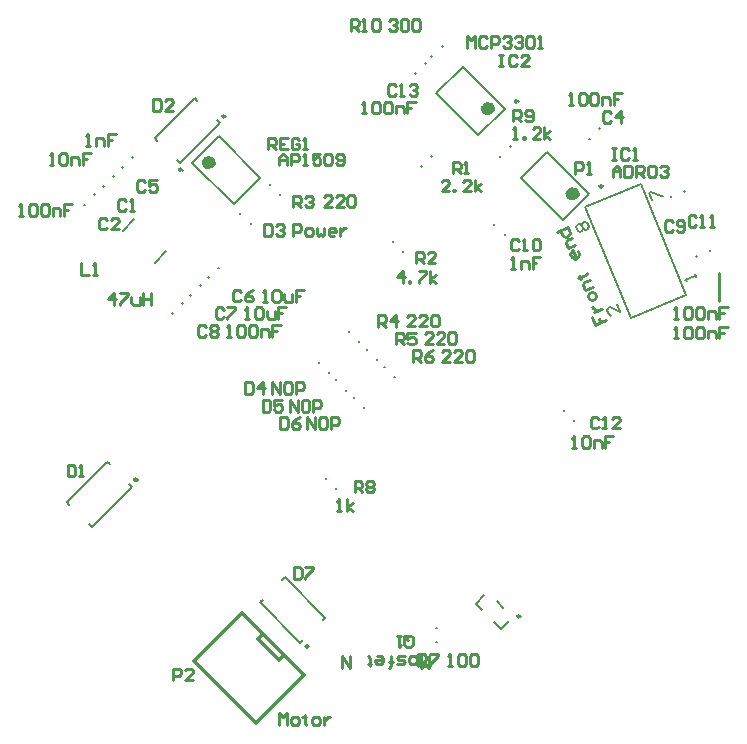
<source format=gto>
%FSTAX23Y23*%
%MOIN*%
%SFA1B1*%

%IPPOS*%
%ADD10C,0.009840*%
%ADD11C,0.023620*%
%ADD12C,0.007870*%
%ADD13C,0.011810*%
%ADD14C,0.010000*%
%ADD15C,0.008000*%
%LNesp_board-1*%
%LPD*%
G54D10*
X04586Y0218D02*
D01*
D01*
G75*
G03X04576I-00004J0D01*
G74*G01*
D01*
G75*
G03X04586I00004J0D01*
G74*G01*
X03309Y02635D02*
D01*
D01*
G75*
G03X03299I-00004J0D01*
G74*G01*
D01*
G75*
G03X03309I00004J0D01*
G74*G01*
X0388Y02079D02*
D01*
D01*
G75*
G03X03871I-00004J0D01*
G74*G01*
D01*
G75*
G03X0388I00004J0D01*
G74*G01*
X0486Y03613D02*
D01*
D01*
G75*
G03X0485I-00004J0D01*
G74*G01*
D01*
G75*
G03X0486I00004J0D01*
G74*G01*
X04578Y03897D02*
D01*
D01*
G75*
G03X04568I-00004J0D01*
G74*G01*
D01*
G75*
G03X04578I00004J0D01*
G74*G01*
X03457Y03668D02*
D01*
D01*
G75*
G03X03448I-00004J0D01*
G74*G01*
D01*
G75*
G03X03457I00004J0D01*
G74*G01*
X03602Y03847D02*
D01*
D01*
G75*
G03X03593I-00004J0D01*
G74*G01*
D01*
G75*
G03X03602I00004J0D01*
G74*G01*
G54D11*
X04772Y03588D02*
D01*
D01*
G75*
G03X04748I-00011J0D01*
G74*G01*
D01*
G75*
G03X04772I00011J0D01*
G74*G01*
X0449Y03872D02*
D01*
D01*
G75*
G03X04466I-00011J0D01*
G74*G01*
D01*
G75*
G03X0449I00011J0D01*
G74*G01*
X03559Y03692D02*
D01*
D01*
G75*
G03X03535I-00011J0D01*
G74*G01*
D01*
G75*
G03X03559I00011J0D01*
G74*G01*
G54D12*
X04508Y02229D02*
X04529Y02208D01*
X04521Y02137D02*
X04549Y02165D01*
X04499Y0216D02*
X04521Y02137D01*
X04437Y02221D02*
X04465Y02249D01*
X04437Y02221D02*
X0446Y02199D01*
X04195Y03394D02*
X04198Y03397D01*
X04161Y03428D02*
X04164Y03431D01*
X03937Y02637D02*
X0394Y0264D01*
X03971Y02603D02*
X03974Y02606D01*
X04166Y02976D02*
X04169Y02978D01*
X04133Y03009D02*
X04136Y03012D01*
X04108Y03034D02*
X04111Y03037D01*
X04074Y03068D02*
X04077Y03071D01*
X04016Y03126D02*
X04018Y03129D01*
X04049Y03093D02*
X04052Y03096D01*
X03947Y02991D02*
X0395Y02994D01*
X03914Y03025D02*
X03917Y03027D01*
X04065Y02874D02*
X04067Y02877D01*
X04031Y02907D02*
X04034Y0291D01*
X04006Y02932D02*
X04009Y02935D01*
X03973Y02966D02*
X03975Y02969D01*
X03157Y02478D02*
X03291Y02612D01*
X03074Y02561D02*
X03208Y02695D01*
X03282Y02621D02*
X03291Y02612D01*
X03148Y02487D02*
X03157Y02478D01*
X03208Y02695D02*
X03217Y02686D01*
X03074Y02561D02*
X03083Y02552D01*
X03719Y02226D02*
X03853Y02092D01*
X03802Y02309D02*
X03936Y02175D01*
X03853Y02092D02*
X03862Y02101D01*
X03719Y02226D02*
X03728Y02235D01*
X03927Y02166D02*
X03936Y02175D01*
X03793Y023D02*
X03802Y02309D01*
X04304Y02094D02*
X04307D01*
X04304Y02141D02*
X04307D01*
X04764Y0283D02*
X04767Y02833D01*
X04731Y02864D02*
X04733Y02867D01*
X04802Y03543D02*
X04987Y03619D01*
X04955Y03173D02*
X0514Y0325D01*
X04802Y03543D02*
X04955Y03173D01*
X04987Y03619D02*
X0514Y0325D01*
X05217Y03399D02*
X05218Y03396D01*
X05173Y03381D02*
X05174Y03378D01*
X05133Y03597D02*
X05134Y03594D01*
X05089Y03579D02*
X0509Y03576D01*
X04534Y0345D02*
X04537Y03453D01*
X045Y03484D02*
X04503Y03487D01*
X04816Y03772D02*
X04819Y03769D01*
X0485Y03806D02*
X04853Y03803D01*
X04587Y03639D02*
X04676Y03728D01*
X04727Y03499D02*
X04816Y03588D01*
X04587Y03639D02*
X04727Y03499D01*
X04676Y03728D02*
X04816Y03588D01*
X04551Y03748D02*
X04554Y03745D01*
X04517Y03714D02*
X0452Y03711D01*
X04269Y04024D02*
X04272Y04021D01*
X04235Y0399D02*
X04238Y03987D01*
X04324Y0408D02*
X04327Y04077D01*
X0429Y04046D02*
X04293Y04043D01*
X04305Y03923D02*
X04394Y04012D01*
X04445Y03783D02*
X04534Y03872D01*
X04305Y03923D02*
X04445Y03783D01*
X04394Y04012D02*
X04534Y03872D01*
X04255Y0368D02*
X04258Y03677D01*
X04289Y03714D02*
X04292Y03711D01*
X03687Y03487D02*
X03689Y0349D01*
X03653Y0352D02*
X03656Y03523D01*
X03751Y03618D02*
X03753Y03621D01*
X03784Y03585D02*
X03787Y03588D01*
X03631Y03553D02*
X0372Y03642D01*
X03492Y03692D02*
X03581Y03782D01*
X0372Y03642*
X03492Y03692D02*
X03631Y03553D01*
X03451Y0369D02*
X03584Y03824D01*
X03367Y03774D02*
X03501Y03907D01*
X03575Y03833D02*
X03584Y03824D01*
X03442Y03699D02*
X03451Y0369D01*
X03501Y03907D02*
X0351Y03898D01*
X03367Y03774D02*
X03376Y03765D01*
X03544Y03309D02*
X03547Y03306D01*
X03578Y03342D02*
X03581Y03339D01*
X03485Y0325D02*
X03488Y03247D01*
X03519Y03283D02*
X03522Y0328D01*
X03426Y03191D02*
X03429Y03188D01*
X0346Y03224D02*
X03463Y03221D01*
X03367Y03358D02*
X03406Y03397D01*
X03261Y03464D02*
X033Y03503D01*
X03133Y03552D02*
X03136Y03549D01*
X03166Y03586D02*
X03169Y03583D01*
X03258Y03677D02*
X03261Y03675D01*
X03291Y03711D02*
X03294Y03708D01*
X03195Y03615D02*
X03198Y03612D01*
X03229Y03648D02*
X03232Y03645D01*
G54D13*
X03711Y02104D02*
X03727Y0212D01*
X03711Y02104D02*
X03781Y02034D01*
X03797Y0205*
X03706Y01823D02*
X03866Y01983D01*
X035Y02029D02*
X03706Y01823D01*
X0366Y02189D02*
X03866Y01983D01*
X035Y02029D02*
X0366Y02189D01*
G54D14*
X05249Y03231D02*
Y03324D01*
X04021Y04132D02*
Y04171D01*
X0404*
X04047Y04164*
Y04151*
X0404Y04145*
X04021*
X04034D02*
X04047Y04132D01*
X0406D02*
X04073D01*
X04066*
Y04171*
X0406Y04164*
X04093D02*
X04099Y04171D01*
X04112*
X04119Y04164*
Y04138*
X04112Y04132*
X04099*
X04093Y04138*
Y04164*
X04148D02*
X04154Y04171D01*
X04167*
X04174Y04164*
Y04158*
X04167Y04151*
X04161*
X04167*
X04174Y04145*
Y04138*
X04167Y04132*
X04154*
X04148Y04138*
X04187Y04164D02*
X04193Y04171D01*
X04207*
X04213Y04164*
Y04138*
X04207Y04132*
X04193*
X04187Y04138*
Y04164*
X04226D02*
X04233Y04171D01*
X04246*
X04252Y04164*
Y04138*
X04246Y04132*
X04233*
X04226Y04138*
Y04164*
X04562Y03829D02*
Y03868D01*
X04581*
X04588Y03861*
Y03848*
X04581Y03842*
X04562*
X04575D02*
X04588Y03829D01*
X04601Y03835D02*
X04607Y03829D01*
X04621*
X04627Y03835*
Y03861*
X04621Y03868*
X04607*
X04601Y03861*
Y03855*
X04607Y03848*
X04627*
X04562Y03771D02*
X04575D01*
X04568*
Y0381*
X04562Y03803*
X04594Y03771D02*
Y03777D01*
X04601*
Y03771*
X04594*
X04653D02*
X04627D01*
X04653Y03797*
Y03803*
X04647Y0381*
X04634*
X04627Y03803*
X04666Y03771D02*
Y0381D01*
Y03784D02*
X04686Y03797D01*
X04666Y03784D02*
X04686Y03771D01*
X04171Y03946D02*
X04164Y03953D01*
X04151*
X04145Y03946*
Y0392*
X04151Y03914*
X04164*
X04171Y0392*
X04184Y03914D02*
X04197D01*
X0419*
Y03953*
X04184Y03946*
X04217D02*
X04223Y03953D01*
X04236*
X04243Y03946*
Y0394*
X04236Y03933*
X0423*
X04236*
X04243Y03927*
Y0392*
X04236Y03914*
X04223*
X04217Y0392*
X04059Y03856D02*
X04073D01*
X04066*
Y03895*
X04059Y03888*
X04092D02*
X04099Y03895D01*
X04112*
X04119Y03888*
Y03862*
X04112Y03856*
X04099*
X04092Y03862*
Y03888*
X04132D02*
X04138Y03895D01*
X04151*
X04158Y03888*
Y03862*
X04151Y03856*
X04138*
X04132Y03862*
Y03888*
X04171Y03856D02*
Y03882D01*
X04191*
X04197Y03875*
Y03856*
X04237Y03895D02*
X0421D01*
Y03875*
X04223*
X0421*
Y03856*
X04888Y03858D02*
X04881Y03864D01*
X04868*
X04862Y03858*
Y03832*
X04868Y03825*
X04881*
X04888Y03832*
X04921Y03825D02*
Y03864D01*
X04901Y03845*
X04927*
X04748Y03884D02*
X04761D01*
X04754*
Y03923*
X04748Y03916*
X04781D02*
X04787Y03923D01*
X048*
X04807Y03916*
Y0389*
X048Y03884*
X04787*
X04781Y0389*
Y03916*
X0482D02*
X04826Y03923D01*
X0484*
X04846Y03916*
Y0389*
X0484Y03884*
X04826*
X0482Y0389*
Y03916*
X04859Y03884D02*
Y0391D01*
X04879*
X04885Y03903*
Y03884*
X04925Y03923D02*
X04899D01*
Y03903*
X04912*
X04899*
Y03884*
X03745Y03736D02*
Y03775D01*
X03765*
X03771Y03768*
Y03755*
X03765Y03749*
X03745*
X03758D02*
X03771Y03736D01*
X03811Y03775D02*
X03784D01*
Y03736*
X03811*
X03784Y03755D02*
X03797D01*
X0385Y03768D02*
X03843Y03775D01*
X0383*
X03824Y03768*
Y03742*
X0383Y03736*
X03843*
X0385Y03742*
Y03755*
X03837*
X03863Y03736D02*
X03876D01*
X0387*
Y03775*
X03863Y03768*
X03783Y03683D02*
Y03709D01*
X03796Y03722*
X03809Y03709*
Y03683*
Y03702*
X03783*
X03822Y03683D02*
Y03722D01*
X03842*
X03848Y03715*
Y03702*
X03842Y03696*
X03822*
X03861Y03683D02*
X03874D01*
X03868*
Y03722*
X03861Y03715*
X0392Y03722D02*
X03894D01*
Y03702*
X03907Y03709*
X03914*
X0392Y03702*
Y03689*
X03914Y03683*
X03901*
X03894Y03689*
X03933Y03715D02*
X0394Y03722D01*
X03953*
X0396Y03715*
Y03689*
X03953Y03683*
X0394*
X03933Y03689*
Y03715*
X03973Y03689D02*
X03979Y03683D01*
X03992*
X03999Y03689*
Y03715*
X03992Y03722*
X03979*
X03973Y03715*
Y03709*
X03979Y03702*
X03999*
X04034Y02593D02*
Y02632D01*
X04053*
X0406Y02625*
Y02612*
X04053Y02606*
X04034*
X04047D02*
X0406Y02593D01*
X04073Y02625D02*
X04079Y02632D01*
X04093*
X04099Y02625*
Y02619*
X04093Y02612*
X04099Y02606*
Y02599*
X04093Y02593*
X04079*
X04073Y02599*
Y02606*
X04079Y02612*
X04073Y02619*
Y02625*
X04079Y02612D02*
X04093D01*
X03975Y0253D02*
X03989D01*
X03982*
Y02569*
X03975Y02562*
X04008Y0253D02*
Y02569D01*
Y02543D02*
X04028Y02556D01*
X04008Y02543D02*
X04028Y0253D01*
X04246Y02015D02*
Y02054D01*
X04265*
X04272Y02048*
Y02035*
X04265Y02028*
X04246*
X04259D02*
X04272Y02015D01*
X04285Y02054D02*
X04311D01*
Y02048*
X04285Y02022*
Y02015*
X04346D02*
X04359D01*
X04352*
Y02054*
X04346Y02048*
X04378D02*
X04385Y02054D01*
X04398*
X04405Y02048*
Y02022*
X04398Y02015*
X04385*
X04378Y02022*
Y02048*
X04418D02*
X04424Y02054D01*
X04437*
X04444Y02048*
Y02022*
X04437Y02015*
X04424*
X04418Y02022*
Y02048*
X04229Y03028D02*
Y03067D01*
X04249*
X04255Y0306*
Y03047*
X04249Y03041*
X04229*
X04242D02*
X04255Y03028D01*
X04295Y03067D02*
X04281Y0306D01*
X04268Y03047*
Y03034*
X04275Y03028*
X04288*
X04295Y03034*
Y03041*
X04288Y03047*
X04268*
X04352Y03028D02*
X04326D01*
X04352Y03054*
Y0306*
X04345Y03067*
X04332*
X04326Y0306*
X04391Y03028D02*
X04365D01*
X04391Y03054*
Y0306*
X04385Y03067*
X04372*
X04365Y0306*
X04404D02*
X04411Y03067D01*
X04424*
X04431Y0306*
Y03034*
X04424Y03028*
X04411*
X04404Y03034*
Y0306*
X04171Y03086D02*
Y03125D01*
X04191*
X04197Y03118*
Y03105*
X04191Y03099*
X04171*
X04184D02*
X04197Y03086D01*
X04237Y03125D02*
X0421D01*
Y03105*
X04223Y03112*
X0423*
X04237Y03105*
Y03092*
X0423Y03086*
X04217*
X0421Y03092*
X04294Y03087D02*
X04268D01*
X04294Y03113*
Y03119*
X04287Y03126*
X04274*
X04268Y03119*
X04333Y03087D02*
X04307D01*
X04333Y03113*
Y03119*
X04327Y03126*
X04314*
X04307Y03119*
X04346D02*
X04353Y03126D01*
X04366*
X04373Y03119*
Y03093*
X04366Y03087*
X04353*
X04346Y03093*
Y03119*
X04112Y03145D02*
Y03184D01*
X04132*
X04138Y03177*
Y03164*
X04132Y03158*
X04112*
X04125D02*
X04138Y03145D01*
X04171D02*
Y03184D01*
X04151Y03164*
X04178*
X04235Y03146D02*
X04209D01*
X04235Y03172*
Y03178*
X04228Y03185*
X04215*
X04209Y03178*
X04274Y03146D02*
X04248D01*
X04274Y03172*
Y03178*
X04268Y03185*
X04255*
X04248Y03178*
X04287D02*
X04294Y03185D01*
X04307*
X04314Y03178*
Y03152*
X04307Y03146*
X04294*
X04287Y03152*
Y03178*
X03828Y03543D02*
Y03582D01*
X03848*
X03855Y03575*
Y03562*
X03848Y03556*
X03828*
X03842D02*
X03855Y03543D01*
X03868Y03575D02*
X03874Y03582D01*
X03888*
X03894Y03575*
Y03569*
X03888Y03562*
X03881*
X03888*
X03894Y03556*
Y03549*
X03888Y03543*
X03874*
X03868Y03549*
X03958Y03543D02*
X03932D01*
X03958Y03569*
Y03576*
X03951Y03583*
X03938*
X03932Y03576*
X03997Y03543D02*
X03971D01*
X03997Y03569*
Y03576*
X03991Y03583*
X03977*
X03971Y03576*
X0401D02*
X04017Y03583D01*
X0403*
X04036Y03576*
Y0355*
X0403Y03543*
X04017*
X0401Y0355*
Y03576*
X04238Y03356D02*
Y03395D01*
X04257*
X04264Y03388*
Y03375*
X04257Y03369*
X04238*
X04251D02*
X04264Y03356D01*
X04303D02*
X04277D01*
X04303Y03382*
Y03388*
X04297Y03395*
X04283*
X04277Y03388*
X04194Y03291D02*
Y03331D01*
X04175Y03311*
X04201*
X04214Y03291D02*
Y03298D01*
X0422*
Y03291*
X04214*
X04247Y03331D02*
X04273D01*
Y03324*
X04247Y03298*
Y03291*
X04286D02*
Y03331D01*
Y03304D02*
X04306Y03318D01*
X04286Y03304D02*
X04306Y03291D01*
X04361Y03656D02*
Y03695D01*
X0438*
X04387Y03688*
Y03675*
X0438Y03669*
X04361*
X04374D02*
X04387Y03656D01*
X044D02*
X04413D01*
X04406*
Y03695*
X044Y03688*
X0435Y03596D02*
X04324D01*
X0435Y03622*
Y03628*
X04343Y03635*
X0433*
X04324Y03628*
X04363Y03596D02*
Y03602D01*
X04369*
Y03596*
X04363*
X04422D02*
X04396D01*
X04422Y03622*
Y03628*
X04415Y03635*
X04402*
X04396Y03628*
X04435Y03596D02*
Y03635D01*
Y03609D02*
X04455Y03622D01*
X04435Y03609D02*
X04455Y03596D01*
X042Y02109D02*
Y02083D01*
X04207Y02076*
X0422*
X04227Y02083*
Y02109*
X0422Y02115*
X04207*
X04213Y02102D02*
X042Y02115D01*
X04207D02*
X042Y02109D01*
X04187Y02115D02*
X04174D01*
X04181*
Y02076*
X04187Y02083*
X04281Y02047D02*
Y02008D01*
X04267Y02021*
X04254Y02008*
Y02047*
X04235D02*
X04221D01*
X04215Y02041*
Y02028*
X04221Y02021*
X04235*
X04241Y02028*
Y02041*
X04235Y02047*
X04202D02*
X04182D01*
X04176Y02041*
X04182Y02034*
X04195*
X04202Y02028*
X04195Y02021*
X04176*
X04156Y02047D02*
Y02015D01*
Y02028*
X04162*
X04149*
X04156*
Y02015*
X04149Y02008*
X0411Y02047D02*
X04123D01*
X0413Y02041*
Y02028*
X04123Y02021*
X0411*
X04103Y02028*
Y02034*
X0413*
X04084Y02015D02*
Y02021D01*
X0409*
X04077*
X04084*
Y02041*
X04077Y02047*
X04018D02*
Y02008D01*
X03992Y02047*
Y02008*
X03429Y01966D02*
Y02005D01*
X03448*
X03455Y01999*
Y01986*
X03448Y01979*
X03429*
X03494Y01966D02*
X03468D01*
X03494Y01992*
Y01999*
X03488Y02005*
X03474*
X03468Y01999*
X03782Y01818D02*
Y01857D01*
X03795Y01844*
X03808Y01857*
Y01818*
X03827D02*
X03841D01*
X03847Y01824*
Y01837*
X03841Y01844*
X03827*
X03821Y01837*
Y01824*
X03827Y01818*
X03867Y0185D02*
Y01844D01*
X0386*
X03873*
X03867*
Y01824*
X03873Y01818*
X039D02*
X03913D01*
X03919Y01824*
Y01837*
X03913Y01844*
X039*
X03893Y01837*
Y01824*
X039Y01818*
X03932Y01844D02*
Y01818D01*
Y01831*
X03939Y01837*
X03945Y01844*
X03952*
X03122Y03357D02*
Y03318D01*
X03148*
X03161D02*
X03174D01*
X03168*
Y03357*
X03161Y0335*
X03231Y03218D02*
Y03257D01*
X03212Y03237*
X03238*
X03251Y03257D02*
X03277D01*
Y0325*
X03251Y03224*
Y03218*
X0329Y03244D02*
Y03224D01*
X03297Y03218*
X03317*
Y03244*
X0333Y03257D02*
Y03218D01*
Y03237*
X03356*
Y03257*
Y03218*
X04516Y04052D02*
X04529D01*
X04523*
Y04013*
X04516*
X04529*
X04575Y04045D02*
X04568Y04052D01*
X04555*
X04549Y04045*
Y04019*
X04555Y04013*
X04568*
X04575Y04019*
X04614Y04013D02*
X04588D01*
X04614Y04039*
Y04045*
X04608Y04052*
X04595*
X04588Y04045*
X0441Y04074D02*
Y04113D01*
X04423Y041*
X04436Y04113*
Y04074*
X04475Y04106D02*
X04469Y04113D01*
X04455*
X04449Y04106*
Y0408*
X04455Y04074*
X04469*
X04475Y0408*
X04488Y04074D02*
Y04113D01*
X04508*
X04514Y04106*
Y04093*
X04508Y04087*
X04488*
X04528Y04106D02*
X04534Y04113D01*
X04547*
X04554Y04106*
Y041*
X04547Y04093*
X04541*
X04547*
X04554Y04087*
Y0408*
X04547Y04074*
X04534*
X04528Y0408*
X04567Y04106D02*
X04573Y04113D01*
X04587*
X04593Y04106*
Y041*
X04587Y04093*
X0458*
X04587*
X04593Y04087*
Y0408*
X04587Y04074*
X04573*
X04567Y0408*
X04606Y04106D02*
X04613Y04113D01*
X04626*
X04633Y04106*
Y0408*
X04626Y04074*
X04613*
X04606Y0408*
Y04106*
X04646Y04074D02*
X04659D01*
X04652*
Y04113*
X04646Y04106*
X04891Y0374D02*
X04904D01*
X04897*
Y03701*
X04891*
X04904*
X0495Y03733D02*
X04943Y0374D01*
X0493*
X04923Y03733*
Y03707*
X0493Y03701*
X04943*
X0495Y03707*
X04963Y03701D02*
X04976D01*
X04969*
Y0374*
X04963Y03733*
X04894Y03643D02*
Y03669D01*
X04907Y03682*
X0492Y03669*
Y03643*
Y03663*
X04894*
X04933Y03682D02*
Y03643D01*
X04953*
X04959Y0365*
Y03676*
X04953Y03682*
X04933*
X04972Y03643D02*
Y03682D01*
X04992*
X04998Y03676*
Y03663*
X04992Y03656*
X04972*
X04985D02*
X04998Y03643D01*
X05012Y03676D02*
X05018Y03682D01*
X05031*
X05038Y03676*
Y0365*
X05031Y03643*
X05018*
X05012Y0365*
Y03676*
X05051D02*
X05057Y03682D01*
X05071*
X05077Y03676*
Y03669*
X05071Y03663*
X05064*
X05071*
X05077Y03656*
Y0365*
X05071Y03643*
X05057*
X05051Y0365*
X03831Y02343D02*
Y02304D01*
X0385*
X03857Y0231*
Y02336*
X0385Y02343*
X03831*
X0387D02*
X03896D01*
Y02336*
X0387Y0231*
Y02304*
X03785Y02844D02*
Y02804D01*
X03805*
X03811Y02811*
Y02837*
X03805Y02844*
X03785*
X03851D02*
X03837Y02837D01*
X03824Y02824*
Y02811*
X03831Y02804*
X03844*
X03851Y02811*
Y02817*
X03844Y02824*
X03824*
X03876Y02804D02*
Y02844D01*
X03902Y02804*
Y02844*
X03935D02*
X03921D01*
X03915Y02837*
Y02811*
X03921Y02804*
X03935*
X03941Y02811*
Y02837*
X03935Y02844*
X03954Y02804D02*
Y02844D01*
X03974*
X03981Y02837*
Y02824*
X03974Y02817*
X03954*
X03727Y02902D02*
Y02862D01*
X03747*
X03753Y02869*
Y02895*
X03747Y02902*
X03727*
X03793D02*
X03766D01*
Y02882*
X03779Y02888*
X03786*
X03793Y02882*
Y02869*
X03786Y02862*
X03773*
X03766Y02869*
X03818Y02862D02*
Y02902D01*
X03844Y02862*
Y02902*
X03877D02*
X03863D01*
X03857Y02895*
Y02869*
X03863Y02862*
X03877*
X03883Y02869*
Y02895*
X03877Y02902*
X03896Y02862D02*
Y02902D01*
X03916*
X03923Y02895*
Y02882*
X03916Y02875*
X03896*
X03668Y02961D02*
Y02921D01*
X03688*
X03694Y02928*
Y02954*
X03688Y02961*
X03668*
X03727Y02921D02*
Y02961D01*
X03707Y02941*
X03734*
X03759Y02921D02*
Y02961D01*
X03785Y02921*
Y02961*
X03818D02*
X03804D01*
X03798Y02954*
Y02928*
X03804Y02921*
X03818*
X03824Y02928*
Y02954*
X03818Y02961*
X03837Y02921D02*
Y02961D01*
X03857*
X03864Y02954*
Y02941*
X03857Y02934*
X03837*
X03732Y03486D02*
Y03447D01*
X03751*
X03758Y03453*
Y03479*
X03751Y03486*
X03732*
X03771Y03479D02*
X03777Y03486D01*
X03791*
X03797Y03479*
Y03473*
X03791Y03466*
X03784*
X03791*
X03797Y0346*
Y03453*
X03791Y03447*
X03777*
X03771Y03453*
X03829Y03447D02*
Y03486D01*
X03848*
X03855Y03479*
Y03466*
X03848Y0346*
X03829*
X03874Y03447D02*
X03888D01*
X03894Y03453*
Y03466*
X03888Y03473*
X03874*
X03868Y03466*
Y03453*
X03874Y03447*
X03907Y03473D02*
Y03453D01*
X03914Y03447*
X0392Y03453*
X03927Y03447*
X03933Y03453*
Y03473*
X03966Y03447D02*
X03953D01*
X03947Y03453*
Y03466*
X03953Y03473*
X03966*
X03973Y03466*
Y0346*
X03947*
X03986Y03473D02*
Y03447D01*
Y0346*
X03992Y03466*
X03999Y03473*
X04006*
X03363Y03904D02*
Y03865D01*
X03382*
X03389Y03871*
Y03897*
X03382Y03904*
X03363*
X03428Y03865D02*
X03402D01*
X03428Y03891*
Y03897*
X03422Y03904*
X03408*
X03402Y03897*
X03077Y02685D02*
Y02646D01*
X03096*
X03103Y02652*
Y02678*
X03096Y02685*
X03077*
X03116Y02646D02*
X03129D01*
X03122*
Y02685*
X03116Y02678*
X04847Y02838D02*
X0484Y02845D01*
X04827*
X04821Y02838*
Y02812*
X04827Y02806*
X0484*
X04847Y02812*
X0486Y02806D02*
X04873D01*
X04867*
Y02845*
X0486Y02838*
X04919Y02806D02*
X04893D01*
X04919Y02832*
Y02838*
X04912Y02845*
X04899*
X04893Y02838*
X04758Y0274D02*
X04772D01*
X04765*
Y02779*
X04758Y02772*
X04791D02*
X04798Y02779D01*
X04811*
X04817Y02772*
Y02746*
X04811Y0274*
X04798*
X04791Y02746*
Y02772*
X04831Y0274D02*
Y02766D01*
X0485*
X04857Y02759*
Y0274*
X04896Y02779D02*
X0487D01*
Y02759*
X04883*
X0487*
Y0274*
X05173Y0351D02*
X05166Y03517D01*
X05153*
X05147Y0351*
Y03484*
X05153Y03478*
X05166*
X05173Y03484*
X05186Y03478D02*
X05199D01*
X05192*
Y03517*
X05186Y0351*
X05219Y03478D02*
X05232D01*
X05225*
Y03517*
X05219Y0351*
X051Y0317D02*
X05113D01*
X05106*
Y03209*
X051Y03203*
X05132D02*
X05139Y03209D01*
X05152*
X05159Y03203*
Y03177*
X05152Y0317*
X05139*
X05132Y03177*
Y03203*
X05172D02*
X05178Y03209D01*
X05191*
X05198Y03203*
Y03177*
X05191Y0317*
X05178*
X05172Y03177*
Y03203*
X05211Y0317D02*
Y03196D01*
X05231*
X05237Y0319*
Y0317*
X05277Y03209D02*
X0525D01*
Y0319*
X05264*
X0525*
Y0317*
X04581Y03431D02*
X04574Y03438D01*
X04561*
X04555Y03431*
Y03405*
X04561Y03399*
X04574*
X04581Y03405*
X04594Y03399D02*
X04607D01*
X046*
Y03438*
X04594Y03431*
X04627D02*
X04633Y03438D01*
X04646*
X04653Y03431*
Y03405*
X04646Y03399*
X04633*
X04627Y03405*
Y03431*
X04555Y03338D02*
X04568D01*
X04562*
Y03377*
X04555Y0337*
X04588Y03338D02*
Y03364D01*
X04607*
X04614Y03357*
Y03338*
X04653Y03377D02*
X04627D01*
Y03357*
X0464*
X04627*
Y03338*
X05094Y03494D02*
X05087Y035D01*
X05074*
X05067Y03494*
Y03467*
X05074Y03461*
X05087*
X05094Y03467*
X05107D02*
X05113Y03461D01*
X05126*
X05133Y03467*
Y03494*
X05126Y035*
X05113*
X05107Y03494*
Y03487*
X05113Y03481*
X05133*
X051Y03106D02*
X05113D01*
X05106*
Y03145*
X051Y03138*
X05132D02*
X05139Y03145D01*
X05152*
X05159Y03138*
Y03112*
X05152Y03106*
X05139*
X05132Y03112*
Y03138*
X05172D02*
X05178Y03145D01*
X05191*
X05198Y03138*
Y03112*
X05191Y03106*
X05178*
X05172Y03112*
Y03138*
X05211Y03106D02*
Y03132D01*
X05231*
X05237Y03125*
Y03106*
X05277Y03145D02*
X0525D01*
Y03125*
X05264*
X0525*
Y03106*
X03538Y03143D02*
X03531Y0315D01*
X03518*
X03512Y03143*
Y03117*
X03518Y03111*
X03531*
X03538Y03117*
X03551Y03143D02*
X03558Y0315D01*
X03571*
X03577Y03143*
Y03137*
X03571Y0313*
X03577Y03124*
Y03117*
X03571Y03111*
X03558*
X03551Y03117*
Y03124*
X03558Y0313*
X03551Y03137*
Y03143*
X03558Y0313D02*
X03571D01*
X0361Y0311D02*
X03623D01*
X03616*
Y0315*
X0361Y03143*
X03642D02*
X03649Y0315D01*
X03662*
X03669Y03143*
Y03117*
X03662Y0311*
X03649*
X03642Y03117*
Y03143*
X03682D02*
X03688Y0315D01*
X03701*
X03708Y03143*
Y03117*
X03701Y0311*
X03688*
X03682Y03117*
Y03143*
X03721Y0311D02*
Y03137D01*
X03741*
X03747Y0313*
Y0311*
X03787Y0315D02*
X0376D01*
Y0313*
X03774*
X0376*
Y0311*
X03597Y03202D02*
X0359Y03209D01*
X03577*
X03571Y03202*
Y03176*
X03577Y0317*
X0359*
X03597Y03176*
X0361Y03209D02*
X03636D01*
Y03202*
X0361Y03176*
Y0317*
X03669Y03169D02*
X03682D01*
X03675*
Y03209*
X03669Y03202*
X03701D02*
X03708Y03209D01*
X03721*
X03728Y03202*
Y03176*
X03721Y03169*
X03708*
X03701Y03176*
Y03202*
X03741Y03196D02*
Y03176D01*
X03747Y03169*
X03767*
Y03196*
X03806Y03209D02*
X0378D01*
Y03189*
X03793*
X0378*
Y03169*
X03656Y03261D02*
X03649Y03268D01*
X03636*
X0363Y03261*
Y03235*
X03636Y03229*
X03649*
X03656Y03235*
X03695Y03268D02*
X03682Y03261D01*
X03669Y03248*
Y03235*
X03676Y03229*
X03689*
X03695Y03235*
Y03242*
X03689Y03248*
X03669*
X03728Y03228D02*
X03741D01*
X03734*
Y03268*
X03728Y03261*
X0376D02*
X03767Y03268D01*
X0378*
X03787Y03261*
Y03235*
X0378Y03228*
X03767*
X0376Y03235*
Y03261*
X038Y03255D02*
Y03235D01*
X03806Y03228*
X03826*
Y03255*
X03865Y03268D02*
X03839D01*
Y03248*
X03852*
X03839*
Y03228*
X03334Y03627D02*
X03328Y03634D01*
X03314*
X03308Y03627*
Y03601*
X03314Y03595*
X03328*
X03334Y03601*
X03374Y03634D02*
X03347D01*
Y03614*
X0336Y03621*
X03367*
X03374Y03614*
Y03601*
X03367Y03595*
X03354*
X03347Y03601*
X03139Y03747D02*
X03152D01*
X03145*
Y03786*
X03139Y03779*
X03171Y03747D02*
Y03773D01*
X03191*
X03198Y03766*
Y03747*
X03237Y03786D02*
X03211D01*
Y03766*
X03224*
X03211*
Y03747*
X03209Y03501D02*
X03203Y03508D01*
X03189*
X03183Y03501*
Y03475*
X03189Y03469*
X03203*
X03209Y03475*
X03249Y03469D02*
X03222D01*
X03249Y03495*
Y03501*
X03242Y03508*
X03229*
X03222Y03501*
X02916Y03514D02*
X02929D01*
X02922*
Y03554*
X02916Y03547*
X02948D02*
X02955Y03554D01*
X02968*
X02975Y03547*
Y03521*
X02968Y03514*
X02955*
X02948Y03521*
Y03547*
X02988D02*
X02994Y03554D01*
X03007*
X03014Y03547*
Y03521*
X03007Y03514*
X02994*
X02988Y03521*
Y03547*
X03027Y03514D02*
Y0354D01*
X03047*
X03053Y03534*
Y03514*
X03093Y03554D02*
X03066D01*
Y03534*
X03079*
X03066*
Y03514*
X03272Y03564D02*
X03266Y03571D01*
X03252*
X03246Y03564*
Y03538*
X03252Y03532*
X03266*
X03272Y03538*
X03285Y03532D02*
X03298D01*
X03292*
Y03571*
X03285Y03564*
X03017Y03684D02*
X0303D01*
X03024*
Y03723*
X03017Y03717*
X0305D02*
X03057Y03723D01*
X0307*
X03076Y03717*
Y03691*
X0307Y03684*
X03057*
X0305Y03691*
Y03717*
X03089Y03684D02*
Y0371D01*
X03109*
X03116Y03704*
Y03684*
X03155Y03723D02*
X03129D01*
Y03704*
X03142*
X03129*
Y03684*
X0477Y03654D02*
Y03693D01*
X04789*
X04796Y03686*
Y03673*
X04789Y03667*
X0477*
X04809Y03654D02*
X04822D01*
X04815*
Y03693*
X04809Y03686*
X04826Y03177D02*
X04836Y03152D01*
X04855Y0316*
X04849Y03172*
X04855Y0316*
X04873Y03168*
X04833Y03194D02*
X04858Y03204D01*
X04846Y03199*
X04837Y03202*
X04828Y03206*
X04826Y03212*
X0484Y03246D02*
X04835Y03258D01*
X04826Y03262*
X04814Y03257*
X04811Y03248*
X04816Y03236*
X04824Y03233*
X04836Y03238*
X0484Y03246*
X04827Y03277D02*
X04803Y03267D01*
X04796Y03285*
X04799Y03293*
X04817Y03301*
X0478Y03306D02*
X04786Y03309D01*
X04788Y03303*
X04783Y03315*
X04786Y03309*
X04804Y03317*
X04807Y03325*
X04777Y03398D02*
X04782Y03386D01*
X04779Y03377*
X04767Y03372*
X04758Y03376*
X04753Y03388*
X04757Y03396*
X04763Y03399*
X04773Y03375*
X0477Y03416D02*
X04746Y03406D01*
X04738Y03424*
X04742Y03433*
X0476Y0344*
X04708Y03462D02*
X04745Y03477D01*
X04752Y03458*
X04749Y0345*
X04737Y03445*
X04728Y03448*
X0472Y03467*
G54D15*
X04786Y03461D02*
X04778Y03464D01*
X04773Y03476*
X04776Y03485*
X04782Y03488*
X04791Y03484*
X04794Y03493*
X04801Y03495*
X04809Y03492*
X04814Y03479*
X04811Y03471*
X04805Y03468*
X04796Y03472*
X04792Y03463*
X04786Y03461*
X04796Y03472D02*
X04791Y03484D01*
X05025Y03566D02*
X05015Y03591D01*
X05021Y03593*
X05055Y03579*
X05062Y03582*
X05173Y03309D02*
X05168Y03321D01*
X0517Y03315*
X05134Y033*
X05143Y03296*
X04909Y03219D02*
X0492Y03195D01*
X04885Y03209*
X04879Y03206*
X04876Y03198*
X04881Y03186*
X04889Y03182*
M02*
</source>
